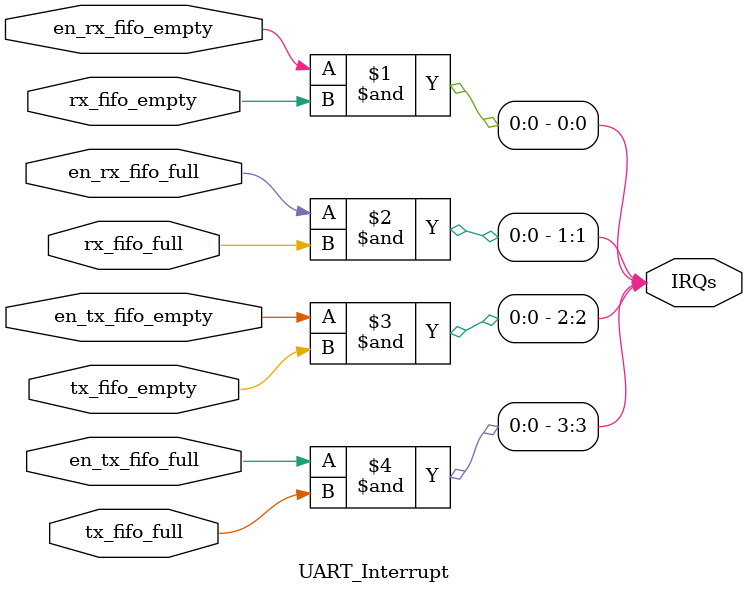
<source format=v>
`timescale 1ns/10ps


module UART_Interrupt (input wire        en_rx_fifo_empty,
                       input wire        en_rx_fifo_full,
                       input wire        en_tx_fifo_empty,
                       input wire        en_tx_fifo_full,
                       input wire        rx_fifo_empty,
                       input wire        rx_fifo_full,
                       input wire        tx_fifo_empty,
                       input wire        tx_fifo_full,
                       output wire [3:0] IRQs);

assign IRQs[0] = en_rx_fifo_empty & rx_fifo_empty;
assign IRQs[1] = en_rx_fifo_full & rx_fifo_full;
assign IRQs[2] = en_tx_fifo_empty & tx_fifo_empty;
assign IRQs[3] = en_tx_fifo_full & tx_fifo_full;

endmodule

</source>
